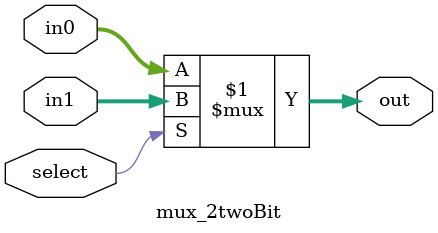
<source format=v>
module mux_2twoBit(out, select, in0, in1);
    input select;
    input[1:0] in0, in1;
    output[1:0] out;
    assign out = select ? in1 : in0;
endmodule
</source>
